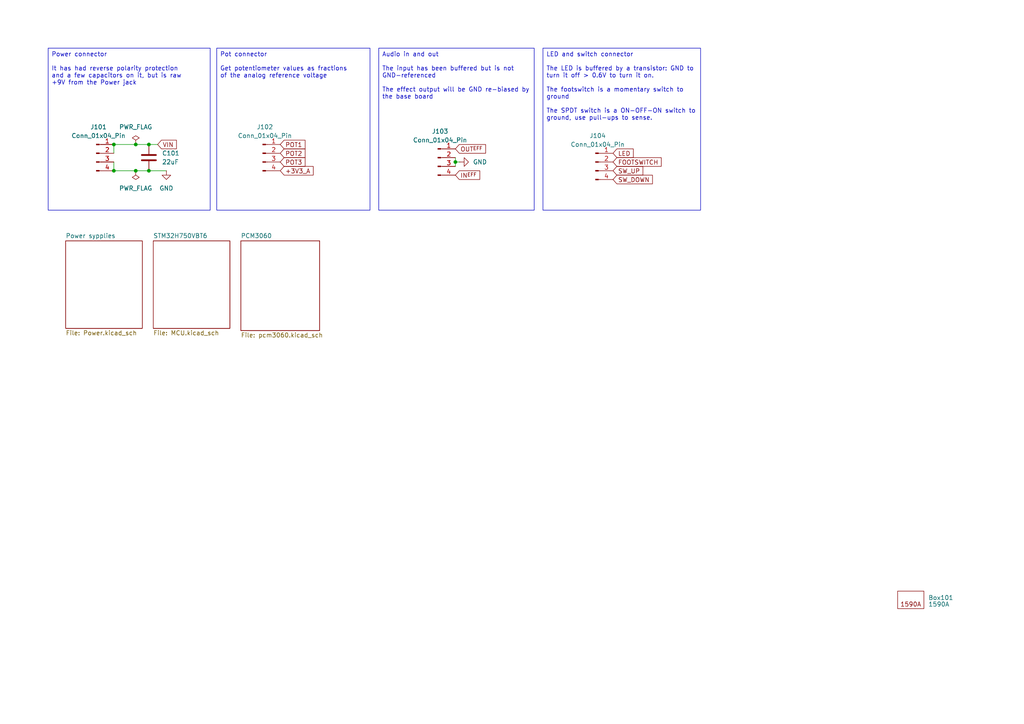
<source format=kicad_sch>
(kicad_sch (version 20250114) (generator "eeschema") (generator_version "9.0")
  (paper "A4")
  (title_block (title "Daisy Seed Effect board") (date "2025-08-18") (rev "v1.0"))
  (lib_symbols
    (symbol "Connector:Conn_01x04_Pin" (pin_names (offset 1.016) (hide yes))
      (property "Reference" "J" (at 0 5.08 0))
      (property "Value" "Conn_01x04_Pin" (at 0 -7.62 0))
      (symbol "Conn_01x04_Pin_1_1"
        (rectangle (start 0.8636 2.667) (end 0 2.413) (stroke (width 0.1524)) (fill (type outline)))
        (rectangle (start 0.8636 0.127) (end 0 -0.127) (stroke (width 0.1524)) (fill (type outline)))
        (rectangle (start 0.8636 -2.413) (end 0 -2.667) (stroke (width 0.1524)) (fill (type outline)))
        (rectangle (start 0.8636 -4.953) (end 0 -5.207) (stroke (width 0.1524)) (fill (type outline)))
        (polyline (pts (xy 1.27 2.54) (xy 0.8636 2.54)) (stroke (width 0.1524)))
        (polyline (pts (xy 1.27 0) (xy 0.8636 0)) (stroke (width 0.1524)))
        (polyline (pts (xy 1.27 -2.54) (xy 0.8636 -2.54)) (stroke (width 0.1524)))
        (polyline (pts (xy 1.27 -5.08) (xy 0.8636 -5.08)) (stroke (width 0.1524)))
        (pin passive line (at 5.08 2.54 180) (length 3.81) (name "Pin_1") (number "1"))
        (pin passive line (at 5.08 0 180) (length 3.81) (name "Pin_2") (number "2"))
        (pin passive line (at 5.08 -2.54 180) (length 3.81) (name "Pin_3") (number "3"))
        (pin passive line (at 5.08 -5.08 180) (length 3.81) (name "Pin_4") (number "4"))
      )
    )
    (symbol "Device:C" (pin_numbers (hide yes)) (pin_names (offset 0.254))
      (property "Reference" "C" (at 0.635 2.54 0))
      (property "Value" "C" (at 0.635 -2.54 0))
      (symbol "C_0_1"
        (polyline (pts (xy -2.032 0.762) (xy 2.032 0.762)) (stroke (width 0.508)))
        (polyline (pts (xy -2.032 -0.762) (xy 2.032 -0.762)) (stroke (width 0.508)))
      )
      (symbol "C_1_1"
        (pin passive line (at 0 3.81 270) (length 2.794) (name "~") (number "1"))
        (pin passive line (at 0 -3.81 90) (length 2.794) (name "~") (number "2"))
      )
    )
    (symbol "Mylib:Enclosure_1590A" (exclude_from_sim yes)
      (property "Reference" "Box" (at 0 0 0))
      (symbol "Enclosure_1590A_0_1"
        (rectangle (start -3.81 1.27) (end 3.81 -3.81))
      )
      (symbol "Enclosure_1590A_1_1"
        (text "1590A" (at 0 -2.54 0) (effects (font (size 1.27 1.27))))
      )
    )
    (symbol "power:GND" (power) (pin_numbers (hide yes)) (pin_names (offset 0) (hide yes))
      (property "Value" "GND" (at 0 -3.81 0))
      (symbol "GND_0_1"
        (polyline (pts (xy 0 0) (xy 0 -1.27) (xy 1.27 -1.27) (xy 0 -2.54) (xy -1.27 -1.27) (xy 0 -1.27)))
      )
      (symbol "GND_1_1"
        (pin power_in line (at 0 0 270) (length 0) (name "~") (number "1"))
      )
    )
    (symbol "power:PWR_FLAG" (power) (pin_numbers (hide yes)) (pin_names (offset 0) (hide yes))
      (property "Value" "PWR_FLAG" (at 0 3.81 0))
      (symbol "PWR_FLAG_0_0"
        (pin power_out line (at 0 0 90) (length 0) (name "~") (number "1"))
      )
      (symbol "PWR_FLAG_0_1"
        (polyline (pts (xy 0 0) (xy 0 1.27) (xy -1.016 1.905) (xy 0 2.54) (xy 1.016 1.905) (xy 0 1.27)))
      )
    )
  )
  (text_box "Power connector\n\nIt has had reverse polarity protection\nand a few capacitors on it, but is raw\n+9V from the Power jack" (at 13.97 13.97 0) (size 46.99 46.99) (margins 0.9525 0.9525 0.9525 0.9525) (effects (font (size 1.27 1.27)) (justify left top)))
  (text_box "Pot connector\n\nGet potentiometer values as fractions\nof the analog reference voltage" (at 62.865 13.97 0) (size 44.45 46.99) (margins 0.9525 0.9525 0.9525 0.9525) (effects (font (size 1.27 1.27)) (justify left top)))
  (text_box "LED and switch connector\n\nThe LED is buffered by a transistor: GND to turn it off > 0.6V to turn it on.\n\nThe footswitch is a momentary switch to ground\n\nThe SPDT switch is a ON-OFF-ON switch to ground, use pull-ups to sense." (at 157.48 13.97 0) (size 45.72 46.99) (margins 0.9525 0.9525 0.9525 0.9525) (effects (font (size 1.27 1.27)) (justify left top)))
  (text_box "Audio in and out\n\nThe input has been buffered but is not GND-referenced\n\nThe effect output will be GND re-biased by the base board" (at 109.855 13.97 0) (size 45.085 46.99) (margins 0.9525 0.9525 0.9525 0.9525) (effects (font (size 1.27 1.27)) (justify left top)))
  (junction (at 33.02 41.91))
  (junction (at 43.18 49.53))
  (junction (at 132.08 46.99))
  (junction (at 43.18 41.91))
  (junction (at 39.37 41.91))
  (junction (at 33.02 49.53))
  (junction (at 39.37 49.53))
  (wire (pts (xy 132.08 46.99) (xy 132.08 45.72)))
  (wire (pts (xy 33.02 41.91) (xy 33.02 44.45)))
  (wire (pts (xy 43.18 49.53) (xy 48.26 49.53)))
  (wire (pts (xy 132.08 46.99) (xy 133.35 46.99)))
  (wire (pts (xy 33.02 41.91) (xy 39.37 41.91)))
  (wire (pts (xy 33.02 46.99) (xy 33.02 49.53)))
  (wire (pts (xy 132.08 46.99) (xy 132.08 48.26)))
  (wire (pts (xy 43.18 41.91) (xy 45.72 41.91)))
  (wire (pts (xy 39.37 41.91) (xy 43.18 41.91)))
  (wire (pts (xy 33.02 49.53) (xy 39.37 49.53)))
  (wire (pts (xy 39.37 49.53) (xy 43.18 49.53)))
  (global_label "POT1" (shape input) (at 81.28 41.91 0) (property "Intersheetrefs" "${INTERSHEET_REFS}" (effects (hide yes))))
  (global_label "IN^{EFF}" (shape input) (at 132.08 50.8 0) (property "Intersheetrefs" "${INTERSHEET_REFS}" (effects (hide yes))))
  (global_label "+3V3_A" (shape input) (at 81.28 49.53 0) (property "Intersheetrefs" "${INTERSHEET_REFS}" (effects (hide yes))))
  (global_label "SW_UP" (shape input) (at 177.8 49.53 0) (property "Intersheetrefs" "${INTERSHEET_REFS}" (effects (hide yes))))
  (global_label "POT2" (shape input) (at 81.28 44.45 0) (property "Intersheetrefs" "${INTERSHEET_REFS}" (effects (hide yes))))
  (global_label "VIN" (shape input) (at 45.72 41.91 0) (property "Intersheetrefs" "${INTERSHEET_REFS}" (effects (hide yes))))
  (global_label "POT3" (shape input) (at 81.28 46.99 0) (property "Intersheetrefs" "${INTERSHEET_REFS}" (effects (hide yes))))
  (global_label "SW_DOWN" (shape input) (at 177.8 52.07 0) (property "Intersheetrefs" "${INTERSHEET_REFS}" (effects (hide yes))))
  (global_label "FOOTSWITCH" (shape input) (at 177.8 46.99 0) (property "Intersheetrefs" "${INTERSHEET_REFS}" (effects (hide yes))))
  (global_label "OUT^{EFF}" (shape input) (at 132.08 43.18 0) (property "Intersheetrefs" "${INTERSHEET_REFS}" (effects (hide yes))))
  (global_label "LED" (shape input) (at 177.8 44.45 0) (property "Intersheetrefs" "${INTERSHEET_REFS}" (effects (hide yes))))
  (symbol (lib_id "power:GND") (at 133.35 46.99 90) (unit 1)
    (property "Reference" "#PWR0101" (effects (hide yes)))
    (property "Value" "GND" (at 137.16 46.9899 90) (effects (justify right)))
    (property "Description" "Power symbol creates a global label with name \"GND\" , ground" (effects (hide yes)))
  )
  (symbol (lib_id "power:PWR_FLAG") (at 39.37 49.53 0) (mirror x) (unit 1)
    (property "Reference" "#FLG0102" (effects (hide yes)))
    (property "Value" "PWR_FLAG" (at 39.37 54.61 0))
    (property "Description" "Special symbol for telling ERC where power comes from" (effects (hide yes)))
  )
  (symbol (lib_id "Connector:Conn_01x04_Pin") (at 172.72 46.99 0) (unit 1) (exclude_from_sim yes)
    (property "Reference" "J104" (at 173.355 39.37 0))
    (property "Value" "Conn_01x04_Pin" (at 173.355 41.91 0))
    (property "Footprint" "Connector_PinHeader_2.54mm:PinHeader_1x04_P2.54mm_Vertical" (effects (hide yes)))
    (property "Description" "Generic connector, single row, 01x04, script generated" (effects (hide yes)))
  )
  (symbol (lib_id "power:GND") (at 48.26 49.53 0) (unit 1)
    (property "Reference" "#PWR0102" (effects (hide yes)))
    (property "Value" "GND" (at 48.26 54.61 0))
    (property "Description" "Power symbol creates a global label with name \"GND\" , ground" (effects (hide yes)))
  )
  (symbol (lib_id "Mylib:Enclosure_1590A") (at 264.16 172.72 0) (unit 1) (exclude_from_sim yes)
    (property "Reference" "Box101" (at 269.24 173.3549 0) (effects (justify left)))
    (property "Value" "1590A" (at 269.24 175.26 0) (effects (justify left)))
    (property "Footprint" "Mylib:1590A" (effects (hide yes)))
  )
  (symbol (lib_id "power:PWR_FLAG") (at 39.37 41.91 0) (unit 1)
    (property "Reference" "#FLG0101" (effects (hide yes)))
    (property "Value" "PWR_FLAG" (at 39.37 36.83 0))
    (property "Description" "Special symbol for telling ERC where power comes from" (effects (hide yes)))
  )
  (symbol (lib_id "Connector:Conn_01x04_Pin") (at 127 45.72 0) (unit 1) (exclude_from_sim yes)
    (property "Reference" "J103" (at 127.635 38.1 0))
    (property "Value" "Conn_01x04_Pin" (at 127.635 40.64 0))
    (property "Footprint" "Connector_PinHeader_2.54mm:PinHeader_1x04_P2.54mm_Vertical" (effects (hide yes)))
    (property "Description" "Generic connector, single row, 01x04, script generated" (effects (hide yes)))
  )
  (symbol (lib_id "Device:C") (at 43.18 45.72 0) (unit 1)
    (property "Reference" "C101" (at 46.99 44.4499 0) (effects (justify left)))
    (property "Value" "22uF" (at 46.99 46.9899 0) (effects (justify left)))
    (property "Footprint" "Capacitor_SMD:C_0603_1608Metric" (effects (hide yes)))
    (property "Description" "Unpolarized capacitor" (effects (hide yes)))
  )
  (symbol (lib_id "Connector:Conn_01x04_Pin") (at 27.94 44.45 0) (unit 1) (exclude_from_sim yes)
    (property "Reference" "J101" (at 28.575 36.83 0))
    (property "Value" "Conn_01x04_Pin" (at 28.575 39.37 0))
    (property "Footprint" "Connector_PinHeader_2.54mm:PinHeader_1x04_P2.54mm_Vertical" (effects (hide yes)))
    (property "Description" "Generic connector, single row, 01x04, script generated" (effects (hide yes)))
  )
  (symbol (lib_id "Connector:Conn_01x04_Pin") (at 76.2 44.45 0) (unit 1) (exclude_from_sim yes)
    (property "Reference" "J102" (at 76.835 36.83 0))
    (property "Value" "Conn_01x04_Pin" (at 76.835 39.37 0))
    (property "Footprint" "Connector_PinHeader_2.54mm:PinHeader_1x04_P2.54mm_Vertical" (effects (hide yes)))
    (property "Description" "Generic connector, single row, 01x04, script generated" (effects (hide yes)))
  )
  (sheet (at 19.05 69.85) (size 22.225 25.4) (stroke (width 0.1524))
    (property "Sheetname" "Power sypplies" (at 19.05 69.1384 0) (effects (justify left bottom)))
    (property "Sheetfile" "Power.kicad_sch" (at 19.05 95.8346 0) (effects (justify left top)))
  )
  (sheet (at 69.85 69.85) (size 22.86 26.035) (stroke (width 0.1524))
    (property "Sheetname" "PCM3060" (at 69.85 69.1384 0) (effects (justify left bottom)))
    (property "Sheetfile" "pcm3060.kicad_sch" (at 69.85 96.4696 0) (effects (justify left top)))
  )
  (sheet (at 44.45 69.85) (size 22.225 25.4) (stroke (width 0.1524))
    (property "Sheetname" "STM32H750VBT6" (at 44.45 69.1384 0) (effects (justify left bottom)))
    (property "Sheetfile" "MCU.kicad_sch" (at 44.45 95.8346 0) (effects (justify left top)))
  )
)
</source>
